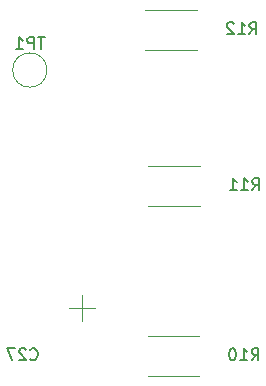
<source format=gbr>
%TF.GenerationSoftware,KiCad,Pcbnew,(7.0.0)*%
%TF.CreationDate,2023-03-04T23:05:34-05:00*%
%TF.ProjectId,electrium-esc-v2,656c6563-7472-4697-956d-2d6573632d76,rev?*%
%TF.SameCoordinates,Original*%
%TF.FileFunction,Legend,Bot*%
%TF.FilePolarity,Positive*%
%FSLAX46Y46*%
G04 Gerber Fmt 4.6, Leading zero omitted, Abs format (unit mm)*
G04 Created by KiCad (PCBNEW (7.0.0)) date 2023-03-04 23:05:34*
%MOMM*%
%LPD*%
G01*
G04 APERTURE LIST*
%ADD10C,0.150000*%
%ADD11C,0.120000*%
G04 APERTURE END LIST*
D10*
%TO.C,R12*%
X233392857Y-87967380D02*
X233726190Y-87491190D01*
X233964285Y-87967380D02*
X233964285Y-86967380D01*
X233964285Y-86967380D02*
X233583333Y-86967380D01*
X233583333Y-86967380D02*
X233488095Y-87015000D01*
X233488095Y-87015000D02*
X233440476Y-87062619D01*
X233440476Y-87062619D02*
X233392857Y-87157857D01*
X233392857Y-87157857D02*
X233392857Y-87300714D01*
X233392857Y-87300714D02*
X233440476Y-87395952D01*
X233440476Y-87395952D02*
X233488095Y-87443571D01*
X233488095Y-87443571D02*
X233583333Y-87491190D01*
X233583333Y-87491190D02*
X233964285Y-87491190D01*
X232440476Y-87967380D02*
X233011904Y-87967380D01*
X232726190Y-87967380D02*
X232726190Y-86967380D01*
X232726190Y-86967380D02*
X232821428Y-87110238D01*
X232821428Y-87110238D02*
X232916666Y-87205476D01*
X232916666Y-87205476D02*
X233011904Y-87253095D01*
X232059523Y-87062619D02*
X232011904Y-87015000D01*
X232011904Y-87015000D02*
X231916666Y-86967380D01*
X231916666Y-86967380D02*
X231678571Y-86967380D01*
X231678571Y-86967380D02*
X231583333Y-87015000D01*
X231583333Y-87015000D02*
X231535714Y-87062619D01*
X231535714Y-87062619D02*
X231488095Y-87157857D01*
X231488095Y-87157857D02*
X231488095Y-87253095D01*
X231488095Y-87253095D02*
X231535714Y-87395952D01*
X231535714Y-87395952D02*
X232107142Y-87967380D01*
X232107142Y-87967380D02*
X231488095Y-87967380D01*
%TO.C,TP1*%
X216061904Y-88219380D02*
X215490476Y-88219380D01*
X215776190Y-89219380D02*
X215776190Y-88219380D01*
X215157142Y-89219380D02*
X215157142Y-88219380D01*
X215157142Y-88219380D02*
X214776190Y-88219380D01*
X214776190Y-88219380D02*
X214680952Y-88267000D01*
X214680952Y-88267000D02*
X214633333Y-88314619D01*
X214633333Y-88314619D02*
X214585714Y-88409857D01*
X214585714Y-88409857D02*
X214585714Y-88552714D01*
X214585714Y-88552714D02*
X214633333Y-88647952D01*
X214633333Y-88647952D02*
X214680952Y-88695571D01*
X214680952Y-88695571D02*
X214776190Y-88743190D01*
X214776190Y-88743190D02*
X215157142Y-88743190D01*
X213633333Y-89219380D02*
X214204761Y-89219380D01*
X213919047Y-89219380D02*
X213919047Y-88219380D01*
X213919047Y-88219380D02*
X214014285Y-88362238D01*
X214014285Y-88362238D02*
X214109523Y-88457476D01*
X214109523Y-88457476D02*
X214204761Y-88505095D01*
%TO.C,C27*%
X214842857Y-115472142D02*
X214890476Y-115519761D01*
X214890476Y-115519761D02*
X215033333Y-115567380D01*
X215033333Y-115567380D02*
X215128571Y-115567380D01*
X215128571Y-115567380D02*
X215271428Y-115519761D01*
X215271428Y-115519761D02*
X215366666Y-115424523D01*
X215366666Y-115424523D02*
X215414285Y-115329285D01*
X215414285Y-115329285D02*
X215461904Y-115138809D01*
X215461904Y-115138809D02*
X215461904Y-114995952D01*
X215461904Y-114995952D02*
X215414285Y-114805476D01*
X215414285Y-114805476D02*
X215366666Y-114710238D01*
X215366666Y-114710238D02*
X215271428Y-114615000D01*
X215271428Y-114615000D02*
X215128571Y-114567380D01*
X215128571Y-114567380D02*
X215033333Y-114567380D01*
X215033333Y-114567380D02*
X214890476Y-114615000D01*
X214890476Y-114615000D02*
X214842857Y-114662619D01*
X214461904Y-114662619D02*
X214414285Y-114615000D01*
X214414285Y-114615000D02*
X214319047Y-114567380D01*
X214319047Y-114567380D02*
X214080952Y-114567380D01*
X214080952Y-114567380D02*
X213985714Y-114615000D01*
X213985714Y-114615000D02*
X213938095Y-114662619D01*
X213938095Y-114662619D02*
X213890476Y-114757857D01*
X213890476Y-114757857D02*
X213890476Y-114853095D01*
X213890476Y-114853095D02*
X213938095Y-114995952D01*
X213938095Y-114995952D02*
X214509523Y-115567380D01*
X214509523Y-115567380D02*
X213890476Y-115567380D01*
X213557142Y-114567380D02*
X212890476Y-114567380D01*
X212890476Y-114567380D02*
X213319047Y-115567380D01*
%TO.C,R11*%
X233642857Y-101167380D02*
X233976190Y-100691190D01*
X234214285Y-101167380D02*
X234214285Y-100167380D01*
X234214285Y-100167380D02*
X233833333Y-100167380D01*
X233833333Y-100167380D02*
X233738095Y-100215000D01*
X233738095Y-100215000D02*
X233690476Y-100262619D01*
X233690476Y-100262619D02*
X233642857Y-100357857D01*
X233642857Y-100357857D02*
X233642857Y-100500714D01*
X233642857Y-100500714D02*
X233690476Y-100595952D01*
X233690476Y-100595952D02*
X233738095Y-100643571D01*
X233738095Y-100643571D02*
X233833333Y-100691190D01*
X233833333Y-100691190D02*
X234214285Y-100691190D01*
X232690476Y-101167380D02*
X233261904Y-101167380D01*
X232976190Y-101167380D02*
X232976190Y-100167380D01*
X232976190Y-100167380D02*
X233071428Y-100310238D01*
X233071428Y-100310238D02*
X233166666Y-100405476D01*
X233166666Y-100405476D02*
X233261904Y-100453095D01*
X231738095Y-101167380D02*
X232309523Y-101167380D01*
X232023809Y-101167380D02*
X232023809Y-100167380D01*
X232023809Y-100167380D02*
X232119047Y-100310238D01*
X232119047Y-100310238D02*
X232214285Y-100405476D01*
X232214285Y-100405476D02*
X232309523Y-100453095D01*
%TO.C,R10*%
X233587857Y-115567380D02*
X233921190Y-115091190D01*
X234159285Y-115567380D02*
X234159285Y-114567380D01*
X234159285Y-114567380D02*
X233778333Y-114567380D01*
X233778333Y-114567380D02*
X233683095Y-114615000D01*
X233683095Y-114615000D02*
X233635476Y-114662619D01*
X233635476Y-114662619D02*
X233587857Y-114757857D01*
X233587857Y-114757857D02*
X233587857Y-114900714D01*
X233587857Y-114900714D02*
X233635476Y-114995952D01*
X233635476Y-114995952D02*
X233683095Y-115043571D01*
X233683095Y-115043571D02*
X233778333Y-115091190D01*
X233778333Y-115091190D02*
X234159285Y-115091190D01*
X232635476Y-115567380D02*
X233206904Y-115567380D01*
X232921190Y-115567380D02*
X232921190Y-114567380D01*
X232921190Y-114567380D02*
X233016428Y-114710238D01*
X233016428Y-114710238D02*
X233111666Y-114805476D01*
X233111666Y-114805476D02*
X233206904Y-114853095D01*
X232016428Y-114567380D02*
X231921190Y-114567380D01*
X231921190Y-114567380D02*
X231825952Y-114615000D01*
X231825952Y-114615000D02*
X231778333Y-114662619D01*
X231778333Y-114662619D02*
X231730714Y-114757857D01*
X231730714Y-114757857D02*
X231683095Y-114948333D01*
X231683095Y-114948333D02*
X231683095Y-115186428D01*
X231683095Y-115186428D02*
X231730714Y-115376904D01*
X231730714Y-115376904D02*
X231778333Y-115472142D01*
X231778333Y-115472142D02*
X231825952Y-115519761D01*
X231825952Y-115519761D02*
X231921190Y-115567380D01*
X231921190Y-115567380D02*
X232016428Y-115567380D01*
X232016428Y-115567380D02*
X232111666Y-115519761D01*
X232111666Y-115519761D02*
X232159285Y-115472142D01*
X232159285Y-115472142D02*
X232206904Y-115376904D01*
X232206904Y-115376904D02*
X232254523Y-115186428D01*
X232254523Y-115186428D02*
X232254523Y-114948333D01*
X232254523Y-114948333D02*
X232206904Y-114757857D01*
X232206904Y-114757857D02*
X232159285Y-114662619D01*
X232159285Y-114662619D02*
X232111666Y-114615000D01*
X232111666Y-114615000D02*
X232016428Y-114567380D01*
D11*
%TO.C,R12*%
X228927064Y-89310000D02*
X224572936Y-89310000D01*
X228927064Y-85890000D02*
X224572936Y-85890000D01*
%TO.C,TP1*%
X216250000Y-91000000D02*
G75*
G03*
X216250000Y-91000000I-1450000J0D01*
G01*
%TO.C,C27*%
X219200000Y-110060000D02*
X219200000Y-112260000D01*
X220300000Y-111160000D02*
X218100000Y-111160000D01*
%TO.C,R11*%
X229177064Y-99090000D02*
X224822936Y-99090000D01*
X229177064Y-102510000D02*
X224822936Y-102510000D01*
%TO.C,R10*%
X229122064Y-113490000D02*
X224767936Y-113490000D01*
X229122064Y-116910000D02*
X224767936Y-116910000D01*
%TD*%
M02*

</source>
